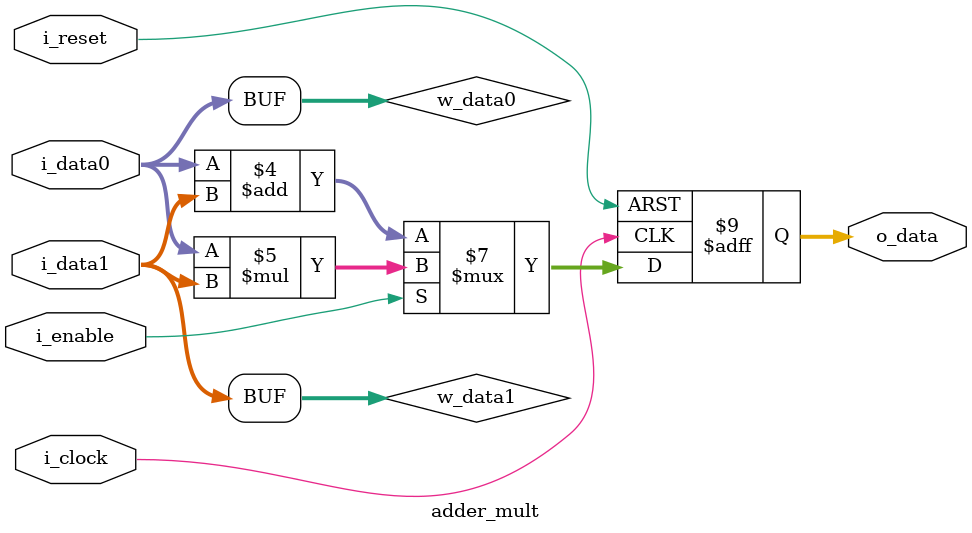
<source format=v>
/*
 *  Module `adder_mult`
 *
 *  Operacion aritmetica (multiplicacion o adicion) entre dos datos de entrada.
 *  Si la señal de enable se encuentra en 0 los datos se suman, si se encuentra 
 *  en 1 se multiplican.
 *
 *  El modulo se plantea de tal forma de poder recibir datos de entrada con 
 *  igual o distinto formato de punto fijo (siempre signado). Por lo tanto,
 *  la mayor dificultad en su implementacion es la alineacion generica de la
 *  coma, con la correspondiente expansion de signo y completado con 0, 
 *  necesario para efectuar correctamente la suma.
 *
 *  Es importante tener en cuenta el formato de punto fijo del resultado, ya
 *  que dependera de los datos de entrada. En general, el resultado de la
 *  multiplicacion tendra una cantidad de bits fraccionales igual a la suma de
 *  los bits fraccionales de entrada, y el resultado de la suma tendra una
 *  cantidad de bits fraccionales igual a la del dato de entrada con mayor cantidad
 *  de bits fraccionales. 
 *
 *  Tambien se debe tener en cuenta que al pasar como parametro la cantidad de bits 
 *  de salida (NB_DATA_OUT) sean por lo menos suficientes para  contener el resultado 
 *  de la multiplicacion, es decir, la suma de los bits de entrada. Luego el resultado 
 *  de la suma, con una cantidad de bits igual (o un bit mas) a la del dato de entrada
 *  con mayor cantidad de bits, se alineara con los bits menos significativos del 
 *  puerto de salida. 
 *
 *  EAMTA 2021 - Digital Design
 *  Trabajo final: Memoria de logueo con filtros FIR y operaciones aritmeticas.
 *  Gonzalo G. Fernandez     27/03/2021
 *  File: adder_mult.v
 */

module adder_mult(
        i_clock,
        i_reset,
        i_enable,
        i_data0,
        i_data1,
        o_data
    );

// Parameters
parameter NB_DATA0      = 8;    // Cant. de bits de dato 0
parameter NBF_DATA0     = 6;    // Cant. de bits fraccionales de dato 0
parameter NB_DATA1      = 8;    // Cant. de bits de dato 1
parameter NBF_DATA1     = 6;    // Cant. de bits fraccionales de dato 0
parameter NB_DATA_OUT   = 16;   // Cant. de bits de resultado

// Localparam
localparam NBI_DATA0    = NB_DATA0 - NBF_DATA0; // Cant. de bits enteros de dato 0
localparam NBI_DATA1    = NB_DATA1 - NBF_DATA1; // Cant. de bits enteros de dato 1

// Ports
input                                   i_clock;    // Clock del sistema
input                                   i_reset;    // Reset asincrono
input                                   i_enable;   // Multiplicacion o adicion
input       signed  [NB_DATA0-1 : 0]    i_data0;    // Dato o sumar o multiplicar
input       signed  [NB_DATA1-1 : 0]    i_data1;    // Dato a sumar o multiplicar
output  reg signed  [NB_DATA_OUT-1 : 0] o_data;     // Resultado de operacion aritmetica
    
// Vars
// Estructura de dato segun formato punto fijo para suma
                // condicion bits enteros y bits fraccionales mayores en data 0
wire signed [(  (NBI_DATA1 <= NBI_DATA0 && NBF_DATA1 <= NBF_DATA0) ? NB_DATA0-1 :
                // condicion bits enteros de data 0 y bits fraccionales de data 1
                (NBI_DATA1 <= NBI_DATA0 && NBF_DATA0 <= NBF_DATA1) ? NBI_DATA0+NBF_DATA1-1 :
                // condicion bits enteros de data 1 y bits fraccionales de data 0
                (NBI_DATA0 <= NBI_DATA1 && NBF_DATA1 <= NBF_DATA0) ? NBI_DATA1+NBF_DATA0-1 :
                // condicion bits enteros y bits fraccionales mayores en data 1
                NB_DATA1-1 ) 
            : 0] w_data0;
                
                // condiciones idem. w_data0
wire signed [(  (NBI_DATA1 <= NBI_DATA0 && NBF_DATA1 <= NBF_DATA0) ? NB_DATA0-1 :
                (NBI_DATA1 <= NBI_DATA0 && NBF_DATA0 <= NBF_DATA1) ? NBI_DATA0+NBF_DATA1-1 :
                (NBI_DATA0 <= NBI_DATA1 && NBF_DATA1 <= NBF_DATA0) ? NBI_DATA1+NBF_DATA0-1 :
                NB_DATA1-1 ) : 0] w_data1;
 
                    // condicion bits enteros y bits fraccionales mayores en data 0
                    // asignacion igual a entrada
assign w_data0 =    (NBI_DATA1 <= NBI_DATA0 && NBF_DATA1 <= NBF_DATA0) ? i_data0 :
                    // condicion bits enteros de data 0 y bits fraccionales de data 1
                    // completar con 0 detras
                    (NBI_DATA1 <= NBI_DATA0 && NBF_DATA0 <= NBF_DATA1) ? {i_data0, {NBF_DATA1-NBF_DATA0{1'b0}}} :
                    // condicion bits enteros de data 1 y bits fraccionales de data 0
                    // expansion de signo
                    (NBI_DATA0 <= NBI_DATA1 && NBF_DATA1 <= NBF_DATA0) ? {{NBI_DATA1-NBI_DATA0{i_data0[NB_DATA0-1]}}, i_data0} :
                    // condicion bits enteros y bits fraccionales mayores en data 1
                    // expansion de signo y completar con 0 detras
                    {{NBI_DATA1-NBI_DATA0{i_data0[NB_DATA0-1]}}, i_data0, {NBF_DATA1-NBF_DATA0{1'b0}}}; 
  
                    // condiciones idem. w_data0         
                    // expansion de signo y completar con 0 detras         
assign w_data1 =    (NBI_DATA1 <= NBI_DATA0 && NBF_DATA1 <= NBF_DATA0) ? {{NBI_DATA0-NBI_DATA1{i_data1[NB_DATA1-1]}},i_data1,{NBF_DATA0-NBF_DATA1{1'b0}}} :
                    // expansion de signo
                    (NBI_DATA1 <= NBI_DATA0 && NBF_DATA0 <= NBF_DATA1) ? {{NBI_DATA0-NBI_DATA1{i_data1[NB_DATA1-1]}}, i_data1} :
                    // completar con 0 detras
                    (NBI_DATA0 <= NBI_DATA1 && NBF_DATA1 <= NBF_DATA0) ? {i_data1, {NBF_DATA0-NBF_DATA1{1'b0}}} :
                    // asignacion igual a entrada
                    i_data1; 
 
/*  
//  Se planteo la alineacion para suma con punto fijo con generate, 
//  pero el problema era el scope de las variables al declararlas.

generate
    // cant. de bits enteros
    if (NBI_DATA1 <= NBI_DATA0) begin
        // cant. de bits fraccional
        if (NBF_DATA1 <= NBF_DATA0) begin           // dato 0 con nbi y nbf mayor
            wire signed [NB_DATA0-1 : 0]  w_data0;
            wire signed [NB_DATA0-1 : 0]  w_data1;
            assign w_data0 = i_data0;
            // Expansion de signo de data 1, y se completa con 0 detras
            assign w_data1 = {{NBI_DATA0-NBI_DATA1{i_data1[NB_DATA1-1]}},i_data1,{NBF_DATA0-NBF_DATA1{1'b0}}};
        end
        else begin                                  // nbi de dato 0 y nbf de dato 1
            wire signed [NBI_DATA0+NBF_DATA1-1 : 0]  w_data0;
            wire signed [NBI_DATA0+NBF_DATA1-1 : 0]  w_data1;
            // Completar con 0 detras
            assign w_data0 = {i_data0, {NBF_DATA1-NBF_DATA0{1'b0}}};
            // Expansion de signo
            assign w_data1 = {{NBI_DATA0-NBI_DATA1{i_data1[NB_DATA1-1]}}, i_data1};
        end
    end
    // cant. de bits enteros
    else begin
        // cant. de bits fraccional
        if (NBF_DATA1 <= NBF_DATA0) begin           // nbi de dato 1 y nbf de dato 0
            wire signed [NBI_DATA1+NBF_DATA0-1 : 0]  w_data0;
            wire signed [NBI_DATA1+NBF_DATA0-1 : 0]  w_data1;
            // Expansion de signo
            assign w_data0 = {{NBI_DATA1-NBI_DATA0{i_data0[NB_DATA0-1]}}, i_data0};
            // Completar con 0 detras
            assign w_data1 = {i_data1, {NBF_DATA0-NBF_DATA1{1'b0}}};
        end
        else begin                                  // dato 1 con nbi y nbf mayor
            wire signed [NB_DATA1-1 : 0]  w_data0;
            wire signed [NB_DATA1-1 : 0]  w_data1;
            // Expansion de signo y completar con 0 detras
            assign w_data0 = {{NBI_DATA1-NBI_DATA0{i_data0[NB_DATA0-1]}}, i_data0, {NBF_DATA1-NBF_DATA0{1'b0}}};
            assign w_data1 = i_data1;
        end
    end
endgenerate
*/

// Operaciones aritemeticas: Suma y multiplicacion
always @(posedge i_clock or posedge i_reset) begin
    if (i_reset == 1'b1) begin
        o_data <= {NB_DATA_OUT{1'b0}};    // estado reset salida 0
    end
    else begin
        // multiplexor de operacion aritmetica
        if (i_enable == 1'b0) begin
            o_data <= w_data0 + w_data1;
        end
        else begin
            o_data <= i_data0 * i_data1;
        end
    end
end

endmodule

</source>
